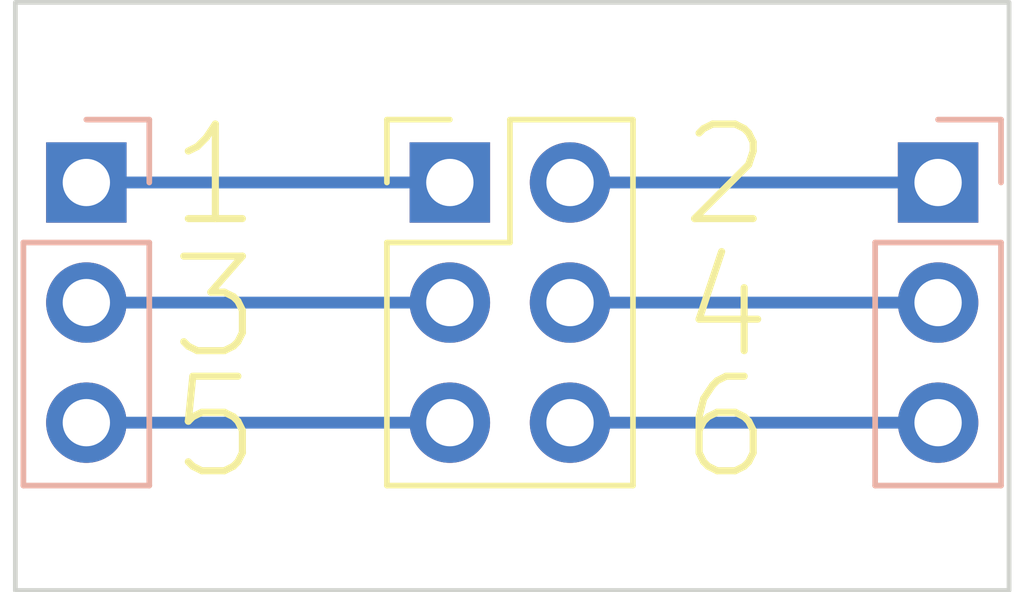
<source format=kicad_pcb>
(kicad_pcb (version 20221018) (generator pcbnew)
  (title_block (title "6pin. Header Breakout Board") (date "2023-11-15") (rev "1"))
  (layers (0 "F.Cu" signal) (31 "B.Cu" signal) (34 "B.Paste" user) (35 "F.Paste" user) (36 "B.SilkS" user "B.Silkscreen") (37 "F.SilkS" user "F.Silkscreen") (38 "B.Mask" user) (39 "F.Mask" user) (44 "Edge.Cuts" user))
  (net 0 "")
  (net 1 "1")
  (net 2 "2")
  (net 3 "3")
  (net 4 "4")
  (net 5 "5")
  (net 6 "6")
  (footprint "Connector_PinHeader_2.54mm:PinHeader_2x03_P2.54mm_Vertical" (layer "F.Cu") (at 59.982 80.01)
    (fp_text reference "J1" hide)
    (fp_text value "Conn_01x06_Pin" hide)
    (fp_line (start -1.33 -1.33) (end 0 -1.33) (stroke (width 0.12)) (layer "F.SilkS"))
    (fp_line (start -1.33 0) (end -1.33 -1.33) (stroke (width 0.12)) (layer "F.SilkS"))
    (fp_line (start -1.33 1.27) (end -1.33 6.41) (stroke (width 0.12)) (layer "F.SilkS"))
    (fp_line (start -1.33 1.27) (end 1.27 1.27) (stroke (width 0.12)) (layer "F.SilkS"))
    (fp_line (start -1.33 6.41) (end 3.87 6.41) (stroke (width 0.12)) (layer "F.SilkS"))
    (fp_line (start 1.27 -1.33) (end 3.87 -1.33) (stroke (width 0.12)) (layer "F.SilkS"))
    (fp_line (start 1.27 1.27) (end 1.27 -1.33) (stroke (width 0.12)) (layer "F.SilkS"))
    (fp_line (start 3.87 -1.33) (end 3.87 6.41) (stroke (width 0.12)) (layer "F.SilkS"))
    (pad "1" thru_hole rect (at 0 0) (size 1.7 1.7) (drill 1) (layers "*.Cu" "*.Mask") (net 1 "1"))
    (pad "2" thru_hole oval (at 2.54 0) (size 1.7 1.7) (drill 1) (layers "*.Cu" "*.Mask") (net 2 "2"))
    (pad "3" thru_hole oval (at 0 2.54) (size 1.7 1.7) (drill 1) (layers "*.Cu" "*.Mask") (net 3 "3"))
    (pad "4" thru_hole oval (at 2.54 2.54) (size 1.7 1.7) (drill 1) (layers "*.Cu" "*.Mask") (net 4 "4"))
    (pad "5" thru_hole oval (at 0 5.08) (size 1.7 1.7) (drill 1) (layers "*.Cu" "*.Mask") (net 5 "5"))
    (pad "6" thru_hole oval (at 2.54 5.08) (size 1.7 1.7) (drill 1) (layers "*.Cu" "*.Mask") (net 6 "6"))
  )
  (footprint "Connector_PinHeader_2.54mm:PinHeader_1x03_P2.54mm_Vertical" (layer "B.Cu") (at 70.3 80.01 180)
    (fp_text reference "J3" hide)
    (fp_text value "Conn_01x03_Pin" hide)
    (fp_line (start -1.33 -6.41) (end 1.33 -6.41) (stroke (width 0.12)) (layer "B.SilkS"))
    (fp_line (start -1.33 -1.27) (end -1.33 -6.41) (stroke (width 0.12)) (layer "B.SilkS"))
    (fp_line (start -1.33 -1.27) (end 1.33 -1.27) (stroke (width 0.12)) (layer "B.SilkS"))
    (fp_line (start -1.33 0) (end -1.33 1.33) (stroke (width 0.12)) (layer "B.SilkS"))
    (fp_line (start -1.33 1.33) (end 0 1.33) (stroke (width 0.12)) (layer "B.SilkS"))
    (fp_line (start 1.33 -1.27) (end 1.33 -6.41) (stroke (width 0.12)) (layer "B.SilkS"))
    (pad "1" thru_hole rect (at 0 0 180) (size 1.7 1.7) (drill 1) (layers "*.Cu" "*.Mask") (net 2 "2"))
    (pad "2" thru_hole oval (at 0 -2.54 180) (size 1.7 1.7) (drill 1) (layers "*.Cu" "*.Mask") (net 4 "4"))
    (pad "3" thru_hole oval (at 0 -5.08 180) (size 1.7 1.7) (drill 1) (layers "*.Cu" "*.Mask") (net 6 "6"))
  )
  (footprint "Connector_PinHeader_2.54mm:PinHeader_1x03_P2.54mm_Vertical" (layer "B.Cu") (at 52.3 80.01 180)
    (fp_text reference "J2" hide)
    (fp_text value "Conn_01x03_Pin" hide)
    (fp_line (start -1.33 -6.41) (end 1.33 -6.41) (stroke (width 0.12)) (layer "B.SilkS"))
    (fp_line (start -1.33 -1.27) (end -1.33 -6.41) (stroke (width 0.12)) (layer "B.SilkS"))
    (fp_line (start -1.33 -1.27) (end 1.33 -1.27) (stroke (width 0.12)) (layer "B.SilkS"))
    (fp_line (start -1.33 0) (end -1.33 1.33) (stroke (width 0.12)) (layer "B.SilkS"))
    (fp_line (start -1.33 1.33) (end 0 1.33) (stroke (width 0.12)) (layer "B.SilkS"))
    (fp_line (start 1.33 -1.27) (end 1.33 -6.41) (stroke (width 0.12)) (layer "B.SilkS"))
    (pad "1" thru_hole rect (at 0 0 180) (size 1.7 1.7) (drill 1) (layers "*.Cu" "*.Mask") (net 1 "1"))
    (pad "2" thru_hole oval (at 0 -2.54 180) (size 1.7 1.7) (drill 1) (layers "*.Cu" "*.Mask") (net 3 "3"))
    (pad "3" thru_hole oval (at 0 -5.08 180) (size 1.7 1.7) (drill 1) (layers "*.Cu" "*.Mask") (net 5 "5"))
  )
  (gr_rect (start 50.8 76.2) (end 71.8 88.64) (stroke (width 0.1)) (fill none) (layer "Edge.Cuts"))
  (gr_text "5" (at 53.975 86.36) (layer "F.SilkS") (effects (font (size 2 2)) (justify left bottom)))
  (gr_text "1" (at 53.975 81.026) (layer "F.SilkS") (effects (font (size 2 2)) (justify left bottom)))
  (gr_text "4" (at 64.77 83.82) (layer "F.SilkS") (effects (font (size 2 2)) (justify left bottom)))
  (gr_text "2" (at 64.77 81.026) (layer "F.SilkS") (effects (font (size 2 2)) (justify left bottom)))
  (gr_text "6" (at 64.77 86.36) (layer "F.SilkS") (effects (font (size 2 2)) (justify left bottom)))
  (gr_text "3" (at 53.975 83.82) (layer "F.SilkS") (effects (font (size 2 2)) (justify left bottom)))
  (segment (start 52.3 80.01) (end 59.982 80.01) (width 0.25) (layer "B.Cu") (net 1))
  (segment (start 62.522 80.01) (end 70.3 80.01) (width 0.25) (layer "B.Cu") (net 2))
  (segment (start 52.3 82.55) (end 59.982 82.55) (width 0.25) (layer "B.Cu") (net 3))
  (segment (start 62.522 82.55) (end 70.3 82.55) (width 0.25) (layer "B.Cu") (net 4))
  (segment (start 52.3 85.09) (end 59.982 85.09) (width 0.25) (layer "B.Cu") (net 5))
  (segment (start 62.522 85.09) (end 70.3 85.09) (width 0.25) (layer "B.Cu") (net 6))
)
</source>
